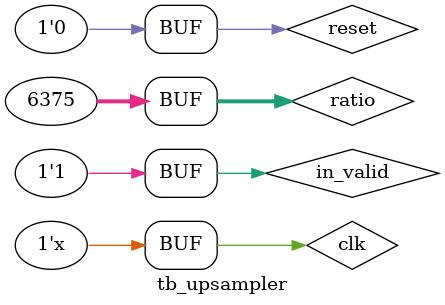
<source format=sv>
`timescale 1ps / 1ps



module tb_upsampler();
    
    
    
localparam INPUT_WIDTH = 8;
localparam OUTPUT_WIDTH = 16;

    
reg clk = 1'b1;
always #5000 clk <= !clk;  
    
   
reg reset = 1'b1;
initial #51000 reset <= 1'b0;
    
    
    
    
wire in_valid = !reset;

wire [OUTPUT_WIDTH-1:0] out;
wire out_valid;


    



        
wire signed [31:0] sig_p;

wire signed [INPUT_WIDTH-1:0] in = sig_p;
    
    
wire sigclk;
reg sigclk_d1;
always @(posedge clk) sigclk_d1 <= sigclk;
reg sigclk_d2;
always @(posedge clk) sigclk_d2 <= sigclk_d1;

wire sig_valid = sigclk_d1 && !sigclk_d2;


gen_tone
#(
    .AMPL(127e-6),
    .FREQ(8e3),
    .SAMPLE_RATE(38e3)
)
siggen_a 
(
    .sig_p_uv(sig_p),
    .clkout(sigclk)
);
    
    
    
    
    
localparam FS = 38e3;
localparam FSYS = 100e6;
    
wire [31:0] ratio = (2**24 * FS) / FSYS;


    
    
upsampler
#(
	.INPUT_WIDTH(INPUT_WIDTH),
    .OUTPUT_WIDTH(OUTPUT_WIDTH)
)
dut
(

    .clk(clk),
    .reset(reset),

    .in(in),
    .in_valid(sig_valid),
    
    .out(out),
    .out_valid(out_valid),
    
    .ratio(ratio) // input:output sample rate ratio, fixed-point Q0.24

);    
    
    
endmodule

</source>
